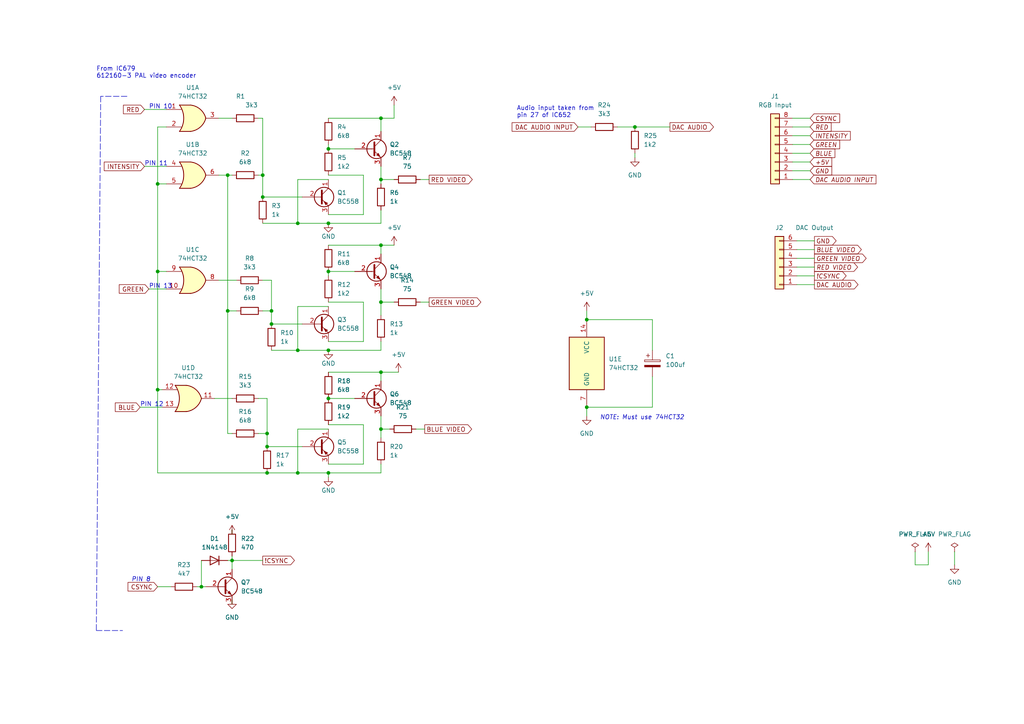
<source format=kicad_sch>
(kicad_sch (version 20211123) (generator eeschema)
  (paper "A4")
  (title_block (title "Videopac G7000 PAL RGB - Naturaltangent") (date "2021-12-29"))
  (lib_symbols
    (symbol "74xx:74LS32" (pin_names (offset 1.016))
      (property "Reference" "U" (at 0 1.27 0))
      (property "Value" "74LS32" (at 0 -1.27 0))
      (symbol "74LS32_1_1"
        (arc (start -3.81 -3.81) (mid -2.589 0) (end -3.81 3.81) (stroke (width 0.254)))
        (arc (start -0.6096 -3.81) (mid 2.1855 -2.584) (end 3.81 0) (stroke (width 0.254)) (fill (type background)))
        (polyline (pts (xy -3.81 -3.81) (xy -0.635 -3.81)) (stroke (width 0.254)) (fill (type background)))
        (polyline (pts (xy -3.81 3.81) (xy -0.635 3.81)) (stroke (width 0.254)) (fill (type background)))
        (polyline (pts (xy -0.635 3.81) (xy -3.81 3.81) (xy -3.81 3.81) (xy -3.556 3.4036) (xy -3.0226 2.2606) (xy -2.6924 1.0414) (xy -2.6162 -0.254) (xy -2.7686 -1.4986) (xy -3.175 -2.7178) (xy -3.81 -3.81) (xy -3.81 -3.81) (xy -0.635 -3.81)) (stroke (width -25.4)) (fill (type background)))
        (arc (start 3.81 0) (mid 2.1928 2.5925) (end -0.6096 3.81) (stroke (width 0.254)) (fill (type background)))
        (pin input line (at -7.62 2.54 0) (length 4.318) (name "~") (number "1"))
        (pin input line (at -7.62 -2.54 0) (length 4.318) (name "~") (number "2"))
        (pin output line (at 7.62 0 180) (length 3.81) (name "~") (number "3"))
      )
      (symbol "74LS32_1_2"
        (arc (start 0 -3.81) (mid 3.81 0) (end 0 3.81) (stroke (width 0.254)) (fill (type background)))
        (polyline (pts (xy 0 3.81) (xy -3.81 3.81) (xy -3.81 -3.81) (xy 0 -3.81)) (stroke (width 0.254)) (fill (type background)))
        (pin input inverted (at -7.62 2.54 0) (length 3.81) (name "~") (number "1"))
        (pin input inverted (at -7.62 -2.54 0) (length 3.81) (name "~") (number "2"))
        (pin output inverted (at 7.62 0 180) (length 3.81) (name "~") (number "3"))
      )
      (symbol "74LS32_2_1"
        (arc (start -3.81 -3.81) (mid -2.589 0) (end -3.81 3.81) (stroke (width 0.254)))
        (arc (start -0.6096 -3.81) (mid 2.1855 -2.584) (end 3.81 0) (stroke (width 0.254)) (fill (type background)))
        (polyline (pts (xy -3.81 -3.81) (xy -0.635 -3.81)) (stroke (width 0.254)) (fill (type background)))
        (polyline (pts (xy -3.81 3.81) (xy -0.635 3.81)) (stroke (width 0.254)) (fill (type background)))
        (polyline (pts (xy -0.635 3.81) (xy -3.81 3.81) (xy -3.81 3.81) (xy -3.556 3.4036) (xy -3.0226 2.2606) (xy -2.6924 1.0414) (xy -2.6162 -0.254) (xy -2.7686 -1.4986) (xy -3.175 -2.7178) (xy -3.81 -3.81) (xy -3.81 -3.81) (xy -0.635 -3.81)) (stroke (width -25.4)) (fill (type background)))
        (arc (start 3.81 0) (mid 2.1928 2.5925) (end -0.6096 3.81) (stroke (width 0.254)) (fill (type background)))
        (pin input line (at -7.62 2.54 0) (length 4.318) (name "~") (number "4"))
        (pin input line (at -7.62 -2.54 0) (length 4.318) (name "~") (number "5"))
        (pin output line (at 7.62 0 180) (length 3.81) (name "~") (number "6"))
      )
      (symbol "74LS32_2_2"
        (arc (start 0 -3.81) (mid 3.81 0) (end 0 3.81) (stroke (width 0.254)) (fill (type background)))
        (polyline (pts (xy 0 3.81) (xy -3.81 3.81) (xy -3.81 -3.81) (xy 0 -3.81)) (stroke (width 0.254)) (fill (type background)))
        (pin input inverted (at -7.62 2.54 0) (length 3.81) (name "~") (number "4"))
        (pin input inverted (at -7.62 -2.54 0) (length 3.81) (name "~") (number "5"))
        (pin output inverted (at 7.62 0 180) (length 3.81) (name "~") (number "6"))
      )
      (symbol "74LS32_3_1"
        (arc (start -3.81 -3.81) (mid -2.589 0) (end -3.81 3.81) (stroke (width 0.254)))
        (arc (start -0.6096 -3.81) (mid 2.1855 -2.584) (end 3.81 0) (stroke (width 0.254)) (fill (type background)))
        (polyline (pts (xy -3.81 -3.81) (xy -0.635 -3.81)) (stroke (width 0.254)) (fill (type background)))
        (polyline (pts (xy -3.81 3.81) (xy -0.635 3.81)) (stroke (width 0.254)) (fill (type background)))
        (polyline (pts (xy -0.635 3.81) (xy -3.81 3.81) (xy -3.81 3.81) (xy -3.556 3.4036) (xy -3.0226 2.2606) (xy -2.6924 1.0414) (xy -2.6162 -0.254) (xy -2.7686 -1.4986) (xy -3.175 -2.7178) (xy -3.81 -3.81) (xy -3.81 -3.81) (xy -0.635 -3.81)) (stroke (width -25.4)) (fill (type background)))
        (arc (start 3.81 0) (mid 2.1928 2.5925) (end -0.6096 3.81) (stroke (width 0.254)) (fill (type background)))
        (pin input line (at -7.62 -2.54 0) (length 4.318) (name "~") (number "10"))
        (pin output line (at 7.62 0 180) (length 3.81) (name "~") (number "8"))
        (pin input line (at -7.62 2.54 0) (length 4.318) (name "~") (number "9"))
      )
      (symbol "74LS32_3_2"
        (arc (start 0 -3.81) (mid 3.81 0) (end 0 3.81) (stroke (width 0.254)) (fill (type background)))
        (polyline (pts (xy 0 3.81) (xy -3.81 3.81) (xy -3.81 -3.81) (xy 0 -3.81)) (stroke (width 0.254)) (fill (type background)))
        (pin input inverted (at -7.62 -2.54 0) (length 3.81) (name "~") (number "10"))
        (pin output inverted (at 7.62 0 180) (length 3.81) (name "~") (number "8"))
        (pin input inverted (at -7.62 2.54 0) (length 3.81) (name "~") (number "9"))
      )
      (symbol "74LS32_4_1"
        (arc (start -3.81 -3.81) (mid -2.589 0) (end -3.81 3.81) (stroke (width 0.254)))
        (arc (start -0.6096 -3.81) (mid 2.1855 -2.584) (end 3.81 0) (stroke (width 0.254)) (fill (type background)))
        (polyline (pts (xy -3.81 -3.81) (xy -0.635 -3.81)) (stroke (width 0.254)) (fill (type background)))
        (polyline (pts (xy -3.81 3.81) (xy -0.635 3.81)) (stroke (width 0.254)) (fill (type background)))
        (polyline (pts (xy -0.635 3.81) (xy -3.81 3.81) (xy -3.81 3.81) (xy -3.556 3.4036) (xy -3.0226 2.2606) (xy -2.6924 1.0414) (xy -2.6162 -0.254) (xy -2.7686 -1.4986) (xy -3.175 -2.7178) (xy -3.81 -3.81) (xy -3.81 -3.81) (xy -0.635 -3.81)) (stroke (width -25.4)) (fill (type background)))
        (arc (start 3.81 0) (mid 2.1928 2.5925) (end -0.6096 3.81) (stroke (width 0.254)) (fill (type background)))
        (pin output line (at 7.62 0 180) (length 3.81) (name "~") (number "11"))
        (pin input line (at -7.62 2.54 0) (length 4.318) (name "~") (number "12"))
        (pin input line (at -7.62 -2.54 0) (length 4.318) (name "~") (number "13"))
      )
      (symbol "74LS32_4_2"
        (arc (start 0 -3.81) (mid 3.81 0) (end 0 3.81) (stroke (width 0.254)) (fill (type background)))
        (polyline (pts (xy 0 3.81) (xy -3.81 3.81) (xy -3.81 -3.81) (xy 0 -3.81)) (stroke (width 0.254)) (fill (type background)))
        (pin output inverted (at 7.62 0 180) (length 3.81) (name "~") (number "11"))
        (pin input inverted (at -7.62 2.54 0) (length 3.81) (name "~") (number "12"))
        (pin input inverted (at -7.62 -2.54 0) (length 3.81) (name "~") (number "13"))
      )
      (symbol "74LS32_5_0"
        (pin power_in line (at 0 12.7 270) (length 5.08) (name "VCC") (number "14"))
        (pin power_in line (at 0 -12.7 90) (length 5.08) (name "GND") (number "7"))
      )
      (symbol "74LS32_5_1"
        (rectangle (start -5.08 7.62) (end 5.08 -7.62) (stroke (width 0.254)) (fill (type background)))
      )
    )
    (symbol "Connector_Generic:Conn_01x06" (pin_names (offset 1.016) hide)
      (property "Reference" "J" (at 0 7.62 0))
      (property "Value" "Conn_01x06" (at 0 -10.16 0))
      (symbol "Conn_01x06_1_1"
        (rectangle (start -1.27 -7.493) (end 0 -7.747) (stroke (width 0.1524)))
        (rectangle (start -1.27 -4.953) (end 0 -5.207) (stroke (width 0.1524)))
        (rectangle (start -1.27 -2.413) (end 0 -2.667) (stroke (width 0.1524)))
        (rectangle (start -1.27 0.127) (end 0 -0.127) (stroke (width 0.1524)))
        (rectangle (start -1.27 2.667) (end 0 2.413) (stroke (width 0.1524)))
        (rectangle (start -1.27 5.207) (end 0 4.953) (stroke (width 0.1524)))
        (rectangle (start -1.27 6.35) (end 1.27 -8.89) (stroke (width 0.254)) (fill (type background)))
        (pin passive line (at -5.08 5.08 0) (length 3.81) (name "Pin_1") (number "1"))
        (pin passive line (at -5.08 2.54 0) (length 3.81) (name "Pin_2") (number "2"))
        (pin passive line (at -5.08 0 0) (length 3.81) (name "Pin_3") (number "3"))
        (pin passive line (at -5.08 -2.54 0) (length 3.81) (name "Pin_4") (number "4"))
        (pin passive line (at -5.08 -5.08 0) (length 3.81) (name "Pin_5") (number "5"))
        (pin passive line (at -5.08 -7.62 0) (length 3.81) (name "Pin_6") (number "6"))
      )
    )
    (symbol "Connector_Generic:Conn_01x08" (pin_names (offset 1.016) hide)
      (property "Reference" "J" (at 0 10.16 0))
      (property "Value" "Conn_01x08" (at 0 -12.7 0))
      (symbol "Conn_01x08_1_1"
        (rectangle (start -1.27 -10.033) (end 0 -10.287) (stroke (width 0.1524)))
        (rectangle (start -1.27 -7.493) (end 0 -7.747) (stroke (width 0.1524)))
        (rectangle (start -1.27 -4.953) (end 0 -5.207) (stroke (width 0.1524)))
        (rectangle (start -1.27 -2.413) (end 0 -2.667) (stroke (width 0.1524)))
        (rectangle (start -1.27 0.127) (end 0 -0.127) (stroke (width 0.1524)))
        (rectangle (start -1.27 2.667) (end 0 2.413) (stroke (width 0.1524)))
        (rectangle (start -1.27 5.207) (end 0 4.953) (stroke (width 0.1524)))
        (rectangle (start -1.27 7.747) (end 0 7.493) (stroke (width 0.1524)))
        (rectangle (start -1.27 8.89) (end 1.27 -11.43) (stroke (width 0.254)) (fill (type background)))
        (pin passive line (at -5.08 7.62 0) (length 3.81) (name "Pin_1") (number "1"))
        (pin passive line (at -5.08 5.08 0) (length 3.81) (name "Pin_2") (number "2"))
        (pin passive line (at -5.08 2.54 0) (length 3.81) (name "Pin_3") (number "3"))
        (pin passive line (at -5.08 0 0) (length 3.81) (name "Pin_4") (number "4"))
        (pin passive line (at -5.08 -2.54 0) (length 3.81) (name "Pin_5") (number "5"))
        (pin passive line (at -5.08 -5.08 0) (length 3.81) (name "Pin_6") (number "6"))
        (pin passive line (at -5.08 -7.62 0) (length 3.81) (name "Pin_7") (number "7"))
        (pin passive line (at -5.08 -10.16 0) (length 3.81) (name "Pin_8") (number "8"))
      )
    )
    (symbol "Device:C_Polarized" (pin_numbers hide) (pin_names (offset 0.254))
      (property "Reference" "C" (at 0.635 2.54 0))
      (property "Value" "C_Polarized" (at 0.635 -2.54 0))
      (symbol "C_Polarized_0_1"
        (rectangle (start -2.286 0.508) (end 2.286 1.016))
        (polyline (pts (xy -1.778 2.286) (xy -0.762 2.286)))
        (polyline (pts (xy -1.27 2.794) (xy -1.27 1.778)))
        (rectangle (start 2.286 -0.508) (end -2.286 -1.016) (fill (type outline)))
      )
      (symbol "C_Polarized_1_1"
        (pin passive line (at 0 3.81 270) (length 2.794) (name "~") (number "1"))
        (pin passive line (at 0 -3.81 90) (length 2.794) (name "~") (number "2"))
      )
    )
    (symbol "Device:R" (pin_numbers hide) (pin_names (offset 0))
      (property "Reference" "R" (at 2.032 0 90))
      (property "Value" "R" (at 0 0 90))
      (symbol "R_0_1"
        (rectangle (start -1.016 -2.54) (end 1.016 2.54) (stroke (width 0.254)))
      )
      (symbol "R_1_1"
        (pin passive line (at 0 3.81 270) (length 1.27) (name "~") (number "1"))
        (pin passive line (at 0 -3.81 90) (length 1.27) (name "~") (number "2"))
      )
    )
    (symbol "Diode:1N4148" (pin_numbers hide) (pin_names (offset 1.016) hide)
      (property "Reference" "D" (at 0 2.54 0))
      (property "Value" "1N4148" (at 0 -2.54 0))
      (symbol "1N4148_0_1"
        (polyline (pts (xy -1.27 1.27) (xy -1.27 -1.27)) (stroke (width 0.254)))
        (polyline (pts (xy 1.27 0) (xy -1.27 0)))
        (polyline (pts (xy 1.27 1.27) (xy 1.27 -1.27) (xy -1.27 0) (xy 1.27 1.27)) (stroke (width 0.254)))
      )
      (symbol "1N4148_1_1"
        (pin passive line (at -3.81 0 0) (length 2.54) (name "K") (number "1"))
        (pin passive line (at 3.81 0 180) (length 2.54) (name "A") (number "2"))
      )
    )
    (symbol "Transistor_BJT:BC548" (pin_names (offset 0) hide)
      (property "Reference" "Q" (at 5.08 1.905 0))
      (property "Value" "BC548" (at 5.08 0 0))
      (symbol "BC548_0_1"
        (polyline (pts (xy 0 0) (xy 0.635 0)))
        (polyline (pts (xy 0.635 0.635) (xy 2.54 2.54)))
        (polyline (pts (xy 0.635 -0.635) (xy 2.54 -2.54) (xy 2.54 -2.54)))
        (polyline (pts (xy 0.635 1.905) (xy 0.635 -1.905) (xy 0.635 -1.905)) (stroke (width 0.508)))
        (polyline (pts (xy 1.27 -1.778) (xy 1.778 -1.27) (xy 2.286 -2.286) (xy 1.27 -1.778) (xy 1.27 -1.778)) (fill (type outline)))
        (circle (center 1.27 0) (radius 2.8194) (stroke (width 0.254)))
      )
      (symbol "BC548_1_1"
        (pin passive line (at 2.54 5.08 270) (length 2.54) (name "C") (number "1"))
        (pin input line (at -5.08 0 0) (length 5.08) (name "B") (number "2"))
        (pin passive line (at 2.54 -5.08 90) (length 2.54) (name "E") (number "3"))
      )
    )
    (symbol "Transistor_BJT:BC558" (pin_names (offset 0) hide)
      (property "Reference" "Q" (at 5.08 1.905 0))
      (property "Value" "BC558" (at 5.08 0 0))
      (symbol "BC558_0_1"
        (polyline (pts (xy 0.635 0.635) (xy 2.54 2.54)))
        (polyline (pts (xy 0.635 -0.635) (xy 2.54 -2.54) (xy 2.54 -2.54)))
        (polyline (pts (xy 0.635 1.905) (xy 0.635 -1.905) (xy 0.635 -1.905)) (stroke (width 0.508)))
        (polyline (pts (xy 2.286 -1.778) (xy 1.778 -2.286) (xy 1.27 -1.27) (xy 2.286 -1.778) (xy 2.286 -1.778)) (fill (type outline)))
        (circle (center 1.27 0) (radius 2.8194) (stroke (width 0.254)))
      )
      (symbol "BC558_1_1"
        (pin passive line (at 2.54 5.08 270) (length 2.54) (name "C") (number "1"))
        (pin input line (at -5.08 0 0) (length 5.715) (name "B") (number "2"))
        (pin passive line (at 2.54 -5.08 90) (length 2.54) (name "E") (number "3"))
      )
    )
    (symbol "power:+5V" (power) (pin_names (offset 0))
      (property "Value" "+5V" (at 0 3.556 0))
      (symbol "+5V_0_1"
        (polyline (pts (xy -0.762 1.27) (xy 0 2.54)))
        (polyline (pts (xy 0 0) (xy 0 2.54)))
        (polyline (pts (xy 0 2.54) (xy 0.762 1.27)))
      )
      (symbol "+5V_1_1"
        (pin power_in line (at 0 0 90) (length 0) hide (name "+5V") (number "1"))
      )
    )
    (symbol "power:GND" (power) (pin_names (offset 0))
      (property "Value" "GND" (at 0 -3.81 0))
      (symbol "GND_0_1"
        (polyline (pts (xy 0 0) (xy 0 -1.27) (xy 1.27 -1.27) (xy 0 -2.54) (xy -1.27 -1.27) (xy 0 -1.27)))
      )
      (symbol "GND_1_1"
        (pin power_in line (at 0 0 270) (length 0) hide (name "GND") (number "1"))
      )
    )
    (symbol "power:PWR_FLAG" (power) (pin_numbers hide) (pin_names (offset 0) hide)
      (property "Value" "PWR_FLAG" (at 0 3.81 0))
      (symbol "PWR_FLAG_0_0"
        (pin power_out line (at 0 0 90) (length 0) (name "pwr") (number "1"))
      )
      (symbol "PWR_FLAG_0_1"
        (polyline (pts (xy 0 0) (xy 0 1.27) (xy -1.016 1.905) (xy 0 2.54) (xy 1.016 1.905) (xy 0 1.27)))
      )
    )
  )
  (junction (at 45.72 78.74))
  (junction (at 45.72 53.34))
  (junction (at 95.25 43.18))
  (junction (at 78.74 90.17))
  (junction (at 86.36 137.16))
  (junction (at 110.49 52.07))
  (junction (at 170.18 118.11))
  (junction (at 95.25 64.77))
  (junction (at 66.04 90.17))
  (junction (at 67.31 162.56))
  (junction (at 110.49 71.12))
  (junction (at 45.72 113.03))
  (junction (at 110.49 87.63))
  (junction (at 77.47 129.54))
  (junction (at 86.36 64.77))
  (junction (at 76.2 57.15))
  (junction (at 110.49 124.46))
  (junction (at 110.49 34.29))
  (junction (at 95.25 115.57))
  (junction (at 78.74 93.98))
  (junction (at 76.2 50.8))
  (junction (at 184.15 36.83))
  (junction (at 170.18 92.71))
  (junction (at 58.42 170.18))
  (junction (at 77.47 137.16))
  (junction (at 77.47 125.73))
  (junction (at 66.04 50.8))
  (junction (at 95.25 137.16))
  (junction (at 95.25 78.74))
  (junction (at 86.36 101.6))
  (junction (at 95.25 101.6))
  (junction (at 110.49 107.95))
  (wire (pts (xy 179.07 36.83) (xy 184.15 36.83)))
  (wire (pts (xy 45.72 78.74) (xy 45.72 113.03)))
  (wire (pts (xy 105.41 87.63) (xy 105.41 99.06)))
  (polyline (pts (xy 27.94 182.88) (xy 35.56 182.88)))
  (wire (pts (xy 121.92 87.63) (xy 124.46 87.63)))
  (wire (pts (xy 110.49 120.65) (xy 110.49 124.46)))
  (wire (pts (xy 110.49 71.12) (xy 114.3 71.12)))
  (wire (pts (xy 189.23 92.71) (xy 170.18 92.71)))
  (wire (pts (xy 86.36 88.9) (xy 86.36 101.6)))
  (wire (pts (xy 95.25 99.06) (xy 105.41 99.06)))
  (wire (pts (xy 110.49 34.29) (xy 114.3 34.29)))
  (wire (pts (xy 110.49 87.63) (xy 110.49 91.44)))
  (wire (pts (xy 110.49 34.29) (xy 110.49 38.1)))
  (wire (pts (xy 76.2 64.77) (xy 86.36 64.77)))
  (wire (pts (xy 95.25 101.6) (xy 110.49 101.6)))
  (wire (pts (xy 229.87 36.83) (xy 234.95 36.83)))
  (wire (pts (xy 58.42 170.18) (xy 59.69 170.18)))
  (wire (pts (xy 114.3 34.29) (xy 114.3 30.48)))
  (wire (pts (xy 77.47 115.57) (xy 77.47 125.73)))
  (wire (pts (xy 110.49 87.63) (xy 114.3 87.63)))
  (wire (pts (xy 95.25 52.07) (xy 86.36 52.07)))
  (wire (pts (xy 45.72 53.34) (xy 45.72 78.74)))
  (wire (pts (xy 184.15 44.45) (xy 184.15 45.72)))
  (wire (pts (xy 110.49 99.06) (xy 110.49 101.6)))
  (wire (pts (xy 110.49 60.96) (xy 110.49 64.77)))
  (wire (pts (xy 110.49 48.26) (xy 110.49 52.07)))
  (wire (pts (xy 276.86 160.02) (xy 276.86 163.83)))
  (wire (pts (xy 170.18 118.11) (xy 170.18 120.65)))
  (wire (pts (xy 67.31 154.94) (xy 67.31 153.67)))
  (wire (pts (xy 58.42 162.56) (xy 58.42 170.18)))
  (wire (pts (xy 95.25 43.18) (xy 102.87 43.18)))
  (wire (pts (xy 66.04 162.56) (xy 67.31 162.56)))
  (wire (pts (xy 57.15 170.18) (xy 58.42 170.18)))
  (wire (pts (xy 67.31 175.26) (xy 67.31 173.99)))
  (wire (pts (xy 231.14 74.93) (xy 236.22 74.93)))
  (wire (pts (xy 95.25 107.95) (xy 110.49 107.95)))
  (wire (pts (xy 110.49 124.46) (xy 113.03 124.46)))
  (wire (pts (xy 78.74 101.6) (xy 86.36 101.6)))
  (wire (pts (xy 78.74 90.17) (xy 78.7188 94.2285)))
  (polyline (pts (xy 29.21 27.94) (xy 27.94 182.88)))
  (wire (pts (xy 110.49 134.62) (xy 110.49 137.16)))
  (wire (pts (xy 77.47 125.73) (xy 77.47 129.54)))
  (wire (pts (xy 95.25 71.12) (xy 110.49 71.12)))
  (wire (pts (xy 110.49 52.07) (xy 110.49 53.34)))
  (wire (pts (xy 77.47 137.16) (xy 86.36 137.16)))
  (wire (pts (xy 110.49 52.07) (xy 114.3 52.07)))
  (wire (pts (xy 110.49 107.95) (xy 110.49 110.49)))
  (wire (pts (xy 229.87 44.45) (xy 234.95 44.45)))
  (wire (pts (xy 66.04 50.8) (xy 66.04 90.17)))
  (wire (pts (xy 74.93 125.73) (xy 77.47 125.73)))
  (wire (pts (xy 105.41 50.8) (xy 105.41 62.23)))
  (wire (pts (xy 189.23 118.11) (xy 170.18 118.11)))
  (wire (pts (xy 86.36 124.46) (xy 86.36 137.16)))
  (wire (pts (xy 67.31 162.56) (xy 67.31 165.1)))
  (wire (pts (xy 189.23 109.22) (xy 189.23 118.11)))
  (wire (pts (xy 105.41 123.19) (xy 105.41 134.62)))
  (wire (pts (xy 43.18 83.82) (xy 48.26 83.82)))
  (wire (pts (xy 78.74 81.28) (xy 78.74 90.17)))
  (wire (pts (xy 76.2 90.17) (xy 78.74 90.17)))
  (wire (pts (xy 68.58 90.17) (xy 66.04 90.17)))
  (wire (pts (xy 74.93 50.8) (xy 76.2 50.8)))
  (wire (pts (xy 41.91 48.26) (xy 48.26 48.26)))
  (wire (pts (xy 189.23 101.6) (xy 189.23 92.71)))
  (wire (pts (xy 67.31 161.29) (xy 67.31 162.56)))
  (wire (pts (xy 41.91 31.75) (xy 48.26 31.75)))
  (polyline (pts (xy 36.83 27.94) (xy 29.21 27.94)))
  (wire (pts (xy 95.25 78.74) (xy 102.87 78.74)))
  (wire (pts (xy 46.99 113.03) (xy 45.72 113.03)))
  (wire (pts (xy 45.72 53.34) (xy 48.26 53.34)))
  (wire (pts (xy 229.87 46.99) (xy 234.95 46.99)))
  (wire (pts (xy 45.72 170.18) (xy 49.53 170.18)))
  (wire (pts (xy 231.14 77.47) (xy 236.22 77.47)))
  (wire (pts (xy 45.72 36.83) (xy 45.72 53.34)))
  (wire (pts (xy 86.36 101.6) (xy 95.25 101.6)))
  (wire (pts (xy 95.25 41.91) (xy 95.25 43.18)))
  (wire (pts (xy 229.87 49.53) (xy 234.95 49.53)))
  (wire (pts (xy 231.14 82.55) (xy 236.22 82.55)))
  (wire (pts (xy 95.25 124.46) (xy 86.36 124.46)))
  (wire (pts (xy 63.5 81.28) (xy 68.58 81.28)))
  (wire (pts (xy 40.64 118.11) (xy 46.99 118.11)))
  (wire (pts (xy 77.47 129.54) (xy 87.63 129.54)))
  (wire (pts (xy 269.24 160.02) (xy 269.24 163.83)))
  (wire (pts (xy 87.63 93.98) (xy 78.74 93.98)))
  (wire (pts (xy 265.43 160.02) (xy 265.43 163.83)))
  (wire (pts (xy 231.14 69.85) (xy 236.22 69.85)))
  (wire (pts (xy 86.36 52.07) (xy 86.36 64.77)))
  (wire (pts (xy 45.72 36.83) (xy 48.26 36.83)))
  (wire (pts (xy 170.18 90.17) (xy 170.18 92.71)))
  (wire (pts (xy 95.25 115.57) (xy 102.87 115.57)))
  (wire (pts (xy 48.26 78.74) (xy 45.72 78.74)))
  (wire (pts (xy 95.25 78.74) (xy 95.25 80.01)))
  (wire (pts (xy 95.25 88.9) (xy 86.36 88.9)))
  (wire (pts (xy 74.93 34.29) (xy 76.2 34.29)))
  (wire (pts (xy 184.15 36.83) (xy 194.31 36.83)))
  (wire (pts (xy 76.2 34.29) (xy 76.2 50.8)))
  (wire (pts (xy 86.36 64.77) (xy 95.25 64.77)))
  (wire (pts (xy 76.2 57.15) (xy 87.63 57.15)))
  (wire (pts (xy 110.49 71.12) (xy 110.49 73.66)))
  (wire (pts (xy 120.65 124.46) (xy 123.19 124.46)))
  (wire (pts (xy 231.14 80.01) (xy 236.22 80.01)))
  (wire (pts (xy 110.49 107.95) (xy 115.57 107.95)))
  (wire (pts (xy 95.25 123.19) (xy 105.41 123.19)))
  (wire (pts (xy 66.04 50.8) (xy 67.31 50.8)))
  (wire (pts (xy 110.49 64.77) (xy 95.25 64.77)))
  (wire (pts (xy 63.5 50.8) (xy 66.04 50.8)))
  (wire (pts (xy 95.25 34.29) (xy 110.49 34.29)))
  (wire (pts (xy 229.87 39.37) (xy 234.95 39.37)))
  (wire (pts (xy 63.5 34.29) (xy 67.31 34.29)))
  (wire (pts (xy 231.14 72.39) (xy 236.22 72.39)))
  (wire (pts (xy 76.2 81.28) (xy 78.74 81.28)))
  (wire (pts (xy 110.49 83.82) (xy 110.49 87.63)))
  (wire (pts (xy 67.31 162.56) (xy 76.2 162.56)))
  (wire (pts (xy 45.72 137.16) (xy 45.72 113.03)))
  (wire (pts (xy 95.25 134.62) (xy 105.41 134.62)))
  (wire (pts (xy 62.23 115.57) (xy 67.31 115.57)))
  (wire (pts (xy 121.92 52.07) (xy 124.46 52.07)))
  (wire (pts (xy 66.04 90.17) (xy 66.04 125.73)))
  (wire (pts (xy 95.25 50.8) (xy 105.41 50.8)))
  (wire (pts (xy 95.25 87.63) (xy 105.41 87.63)))
  (wire (pts (xy 229.87 34.29) (xy 234.95 34.29)))
  (wire (pts (xy 76.2 50.8) (xy 76.2 57.15)))
  (wire (pts (xy 265.43 163.83) (xy 269.24 163.83)))
  (wire (pts (xy 45.72 137.16) (xy 77.47 137.16)))
  (wire (pts (xy 95.25 137.16) (xy 95.25 138.43)))
  (wire (pts (xy 66.04 125.73) (xy 67.31 125.73)))
  (wire (pts (xy 105.41 62.23) (xy 95.25 62.23)))
  (wire (pts (xy 74.93 115.57) (xy 77.47 115.57)))
  (wire (pts (xy 110.49 137.16) (xy 95.25 137.16)))
  (wire (pts (xy 86.36 137.16) (xy 95.25 137.16)))
  (wire (pts (xy 229.87 41.91) (xy 234.95 41.91)))
  (wire (pts (xy 229.87 52.07) (xy 234.95 52.07)))
  (wire (pts (xy 167.64 36.83) (xy 171.45 36.83)))
  (wire (pts (xy 110.49 124.46) (xy 110.49 127)))
  (text "Audio input taken from\npin 27 of IC652" (at 149.86 34.29 0) (effects (font (size 1.27 1.27)) (justify left bottom)))
  (text "PIN 10" (at 43.18 31.75 0) (effects (font (size 1.27 1.27)) (justify left bottom)))
  (text "PIN 13" (at 43.18 83.82 0) (effects (font (size 1.27 1.27)) (justify left bottom)))
  (text "PIN 12" (at 40.64 118.11 0) (effects (font (size 1.27 1.27)) (justify left bottom)))
  (text "PIN 8" (at 38.1 168.91 0) (effects (font (size 1.27 1.27) italic) (justify left bottom)))
  (text "PIN 11" (at 41.91 48.26 0) (effects (font (size 1.27 1.27)) (justify left bottom)))
  (text "From IC679\n612160-3 PAL video encoder" (at 27.94 22.86 0) (effects (font (size 1.27 1.27)) (justify left bottom)))
  (text "NOTE: Must use 74HCT32" (at 173.99 121.92 0) (effects (font (size 1.27 1.27) italic) (justify left bottom)))
  (global_label "!CSYNC" (shape output) (at 76.2 162.56 0) (property "Intersheet References" "${INTERSHEET_REFS}" (effects hide)))
  (global_label "GND" (shape output) (at 236.22 69.85 0) (property "Intersheet References" "${INTERSHEET_REFS}" (effects hide)))
  (global_label "GREEN" (shape input) (at 234.95 41.91 0) (effects (font italic)) (property "Intersheet References" "${INTERSHEET_REFS}" (effects hide)))
  (global_label "BLUE" (shape input) (at 234.95 44.45 0) (effects (font italic)) (property "Intersheet References" "${INTERSHEET_REFS}" (effects hide)))
  (global_label "GREEN VIDEO" (shape output) (at 236.22 74.93 0) (effects (font italic)) (property "Intersheet References" "${INTERSHEET_REFS}" (effects hide)))
  (global_label "DAC AUDIO INPUT" (shape input) (at 167.64 36.83 180) (property "Intersheet References" "${INTERSHEET_REFS}" (effects hide)))
  (global_label "BLUE VIDEO" (shape output) (at 236.22 72.39 0) (effects (font italic)) (property "Intersheet References" "${INTERSHEET_REFS}" (effects hide)))
  (global_label "RED" (shape input) (at 234.95 36.83 0) (effects (font italic)) (property "Intersheet References" "${INTERSHEET_REFS}" (effects hide)))
  (global_label "DAC AUDIO INPUT" (shape input) (at 234.95 52.07 0) (effects (font italic)) (property "Intersheet References" "${INTERSHEET_REFS}" (effects hide)))
  (global_label "GREEN" (shape input) (at 43.18 83.82 180) (property "Intersheet References" "${INTERSHEET_REFS}" (effects hide)))
  (global_label "DAC AUDIO" (shape output) (at 194.31 36.83 0) (property "Intersheet References" "${INTERSHEET_REFS}" (effects hide)))
  (global_label "CSYNC" (shape input) (at 45.72 170.18 180) (property "Intersheet References" "${INTERSHEET_REFS}" (effects hide)))
  (global_label "!CSYNC" (shape output) (at 236.22 80.01 0) (effects (font italic)) (property "Intersheet References" "${INTERSHEET_REFS}" (effects hide)))
  (global_label "CSYNC" (shape input) (at 234.95 34.29 0) (effects (font italic)) (property "Intersheet References" "${INTERSHEET_REFS}" (effects hide)))
  (global_label "RED VIDEO" (shape output) (at 124.46 52.07 0) (property "Intersheet References" "${INTERSHEET_REFS}" (effects hide)))
  (global_label "BLUE VIDEO" (shape output) (at 123.19 124.46 0) (property "Intersheet References" "${INTERSHEET_REFS}" (effects hide)))
  (global_label "+5V" (shape input) (at 234.95 46.99 0) (effects (font italic)) (property "Intersheet References" "${INTERSHEET_REFS}" (effects hide)))
  (global_label "GND" (shape input) (at 234.95 49.53 0) (effects (font italic)) (property "Intersheet References" "${INTERSHEET_REFS}" (effects hide)))
  (global_label "GREEN VIDEO" (shape output) (at 124.46 87.63 0) (property "Intersheet References" "${INTERSHEET_REFS}" (effects hide)))
  (global_label "DAC AUDIO" (shape output) (at 236.22 82.55 0) (property "Intersheet References" "${INTERSHEET_REFS}" (effects hide)))
  (global_label "INTENSITY" (shape input) (at 41.91 48.26 180) (property "Intersheet References" "${INTERSHEET_REFS}" (effects hide)))
  (global_label "INTENSITY" (shape input) (at 234.95 39.37 0) (effects (font italic)) (property "Intersheet References" "${INTERSHEET_REFS}" (effects hide)))
  (global_label "RED VIDEO" (shape output) (at 236.22 77.47 0) (effects (font italic)) (property "Intersheet References" "${INTERSHEET_REFS}" (effects hide)))
  (global_label "RED" (shape input) (at 41.91 31.75 180) (property "Intersheet References" "${INTERSHEET_REFS}" (effects hide)))
  (global_label "BLUE" (shape input) (at 40.64 118.11 180) (property "Intersheet References" "${INTERSHEET_REFS}" (effects hide)))
  (symbol (lib_id "power:PWR_FLAG") (at 265.43 160.02 0) (unit 1)
    (property "Reference" "#FLG0101" (effects hide))
    (property "Value" "PWR_FLAG" (at 265.43 154.94 0))
  )
  (symbol (lib_id "Device:R") (at 72.39 90.17 90) (unit 1)
    (property "Reference" "R9" (at 72.39 83.82 90))
    (property "Value" "6k8" (at 72.39 86.36 90))
    (property "Footprint" "Resistor_THT:R_Axial_DIN0207_L6.3mm_D2.5mm_P10.16mm_Horizontal" (effects hide))
  )
  (symbol (lib_id "Transistor_BJT:BC558") (at 92.71 129.54 0) (unit 1)
    (property "Reference" "Q5" (at 97.79 128.2699 0) (effects (justify left)))
    (property "Value" "BC558" (at 97.79 130.8099 0) (effects (justify left)))
    (property "Footprint" "Package_TO_SOT_THT:TO-92_Inline" (effects hide))
    (property "Datasheet" "https://www.onsemi.com/pub/Collateral/BC556BTA-D.pdf" (effects hide))
  )
  (symbol (lib_id "Diode:1N4148") (at 62.23 162.56 180) (unit 1)
    (property "Reference" "D1" (at 62.23 156.21 0))
    (property "Value" "1N4148" (at 62.23 158.75 0))
    (property "Footprint" "Diode_THT:D_DO-35_SOD27_P7.62mm_Horizontal" (effects hide))
    (property "Datasheet" "https://assets.nexperia.com/documents/data-sheet/1N4148_1N4448.pdf" (effects hide))
  )
  (symbol (lib_id "Device:R") (at 71.12 115.57 90) (unit 1)
    (property "Reference" "R15" (at 71.12 109.22 90))
    (property "Value" "3k3" (at 71.12 111.76 90))
    (property "Footprint" "Resistor_THT:R_Axial_DIN0207_L6.3mm_D2.5mm_P10.16mm_Horizontal" (effects hide))
  )
  (symbol (lib_id "power:+5V") (at 170.18 90.17 0) (unit 1)
    (property "Reference" "#PWR09" (effects hide))
    (property "Value" "+5V" (at 170.18 85.09 0))
  )
  (symbol (lib_id "74xx:74LS32") (at 55.88 81.28 0) (unit 3)
    (property "Reference" "U1" (at 55.88 72.39 0))
    (property "Value" "74HCT32" (at 55.88 74.93 0))
    (property "Footprint" "Package_DIP:DIP-14_W10.16mm" (effects hide))
    (property "Datasheet" "http://www.ti.com/lit/gpn/sn74LS32" (effects hide))
  )
  (symbol (lib_id "Device:R") (at 71.12 50.8 90) (unit 1)
    (property "Reference" "R2" (at 71.12 44.45 90))
    (property "Value" "6k8" (at 71.12 46.99 90))
    (property "Footprint" "Resistor_THT:R_Axial_DIN0207_L6.3mm_D2.5mm_P10.16mm_Horizontal" (effects hide))
  )
  (symbol (lib_id "Transistor_BJT:BC548") (at 107.95 115.57 0) (unit 1)
    (property "Reference" "Q6" (at 113.03 114.2999 0) (effects (justify left)))
    (property "Value" "BC548" (at 113.03 116.8399 0) (effects (justify left)))
    (property "Footprint" "Package_TO_SOT_THT:TO-92_Inline" (effects hide))
    (property "Datasheet" "https://www.onsemi.com/pub/Collateral/BC550-D.pdf" (effects hide))
  )
  (symbol (lib_id "power:GND") (at 95.25 101.6 0) (unit 1)
    (property "Reference" "#PWR04" (effects hide))
    (property "Value" "GND" (at 95.25 105.41 0))
  )
  (symbol (lib_id "Device:R") (at 110.49 95.25 0) (unit 1)
    (property "Reference" "R13" (at 113.03 93.9799 0) (effects (justify left)))
    (property "Value" "1k" (at 113.03 96.5199 0) (effects (justify left)))
    (property "Footprint" "Resistor_THT:R_Axial_DIN0207_L6.3mm_D2.5mm_P10.16mm_Horizontal" (effects hide))
  )
  (symbol (lib_id "Transistor_BJT:BC548") (at 64.77 170.18 0) (unit 1)
    (property "Reference" "Q7" (at 69.85 168.9099 0) (effects (justify left)))
    (property "Value" "BC548" (at 69.85 171.4499 0) (effects (justify left)))
    (property "Footprint" "Package_TO_SOT_THT:TO-92_Inline" (effects hide))
    (property "Datasheet" "https://www.onsemi.com/pub/Collateral/BC550-D.pdf" (effects hide))
  )
  (symbol (lib_id "Device:R") (at 184.15 40.64 180) (unit 1)
    (property "Reference" "R25" (at 186.69 39.3699 0) (effects (justify right)))
    (property "Value" "1k2" (at 186.69 41.9099 0) (effects (justify right)))
    (property "Footprint" "Resistor_THT:R_Axial_DIN0207_L6.3mm_D2.5mm_P10.16mm_Horizontal" (effects hide))
  )
  (symbol (lib_id "Transistor_BJT:BC548") (at 107.95 78.74 0) (unit 1)
    (property "Reference" "Q4" (at 113.03 77.4699 0) (effects (justify left)))
    (property "Value" "BC548" (at 113.03 80.0099 0) (effects (justify left)))
    (property "Footprint" "Package_TO_SOT_THT:TO-92_Inline" (effects hide))
    (property "Datasheet" "https://www.onsemi.com/pub/Collateral/BC550-D.pdf" (effects hide))
  )
  (symbol (lib_id "Device:R") (at 95.25 111.76 0) (unit 1)
    (property "Reference" "R18" (at 97.79 110.4899 0) (effects (justify left)))
    (property "Value" "6k8" (at 97.79 113.0299 0) (effects (justify left)))
    (property "Footprint" "Resistor_THT:R_Axial_DIN0207_L6.3mm_D2.5mm_P10.16mm_Horizontal" (effects hide))
  )
  (symbol (lib_id "Device:R") (at 116.84 124.46 90) (unit 1)
    (property "Reference" "R21" (at 116.84 118.11 90))
    (property "Value" "75" (at 116.84 120.65 90))
    (property "Footprint" "Resistor_THT:R_Axial_DIN0207_L6.3mm_D2.5mm_P10.16mm_Horizontal" (effects hide))
  )
  (symbol (lib_id "Transistor_BJT:BC558") (at 92.71 57.15 0) (unit 1)
    (property "Reference" "Q1" (at 97.79 55.8799 0) (effects (justify left)))
    (property "Value" "BC558" (at 97.79 58.4199 0) (effects (justify left)))
    (property "Footprint" "Package_TO_SOT_THT:TO-92_Inline" (effects hide))
    (property "Datasheet" "https://www.onsemi.com/pub/Collateral/BC556BTA-D.pdf" (effects hide))
  )
  (symbol (lib_id "Device:R") (at 95.25 74.93 0) (unit 1)
    (property "Reference" "R11" (at 97.79 73.6599 0) (effects (justify left)))
    (property "Value" "6k8" (at 97.79 76.1999 0) (effects (justify left)))
    (property "Footprint" "Resistor_THT:R_Axial_DIN0207_L6.3mm_D2.5mm_P10.16mm_Horizontal" (effects hide))
  )
  (symbol (lib_id "power:GND") (at 170.18 120.65 0) (unit 1)
    (property "Reference" "#PWR010" (effects hide))
    (property "Value" "GND" (at 170.18 125.73 0))
  )
  (symbol (lib_id "Device:R") (at 71.12 125.73 90) (unit 1)
    (property "Reference" "R16" (at 71.12 119.38 90))
    (property "Value" "6k8" (at 71.12 121.92 90))
    (property "Footprint" "Resistor_THT:R_Axial_DIN0207_L6.3mm_D2.5mm_P10.16mm_Horizontal" (effects hide))
  )
  (symbol (lib_id "Transistor_BJT:BC548") (at 107.95 43.18 0) (unit 1)
    (property "Reference" "Q2" (at 113.03 41.9099 0) (effects (justify left)))
    (property "Value" "BC548" (at 113.03 44.4499 0) (effects (justify left)))
    (property "Footprint" "Package_TO_SOT_THT:TO-92_Inline" (effects hide))
    (property "Datasheet" "https://www.onsemi.com/pub/Collateral/BC550-D.pdf" (effects hide))
  )
  (symbol (lib_id "power:GND") (at 95.25 64.77 0) (unit 1)
    (property "Reference" "#PWR03" (effects hide))
    (property "Value" "GND" (at 95.25 68.58 0))
  )
  (symbol (lib_id "Device:R") (at 95.25 46.99 0) (unit 1)
    (property "Reference" "R5" (at 97.79 45.7199 0) (effects (justify left)))
    (property "Value" "1k2" (at 97.79 48.2599 0) (effects (justify left)))
    (property "Footprint" "Resistor_THT:R_Axial_DIN0207_L6.3mm_D2.5mm_P10.16mm_Horizontal" (effects hide))
  )
  (symbol (lib_id "Device:R") (at 71.12 34.29 90) (unit 1)
    (property "Reference" "R1" (at 71.12 27.94 90) (effects (justify left)))
    (property "Value" "3k3" (at 71.12 30.48 90) (effects (justify right)))
    (property "Footprint" "Resistor_THT:R_Axial_DIN0207_L6.3mm_D2.5mm_P10.16mm_Horizontal" (effects hide))
  )
  (symbol (lib_id "power:GND") (at 67.31 173.99 0) (unit 1)
    (property "Reference" "#PWR02" (effects hide))
    (property "Value" "GND" (at 67.31 179.07 0))
  )
  (symbol (lib_id "74xx:74LS32") (at 55.88 34.29 0) (unit 1)
    (property "Reference" "U1" (at 55.88 25.4 0))
    (property "Value" "74HCT32" (at 55.88 27.94 0))
    (property "Footprint" "Package_DIP:DIP-14_W10.16mm" (effects hide))
    (property "Datasheet" "http://www.ti.com/lit/gpn/sn74LS32" (effects hide))
  )
  (symbol (lib_id "Device:R") (at 72.39 81.28 90) (unit 1)
    (property "Reference" "R8" (at 72.39 74.93 90))
    (property "Value" "3k3" (at 72.39 77.47 90))
    (property "Footprint" "Resistor_THT:R_Axial_DIN0207_L6.3mm_D2.5mm_P10.16mm_Horizontal" (effects hide))
  )
  (symbol (lib_id "Device:R") (at 118.11 87.63 90) (unit 1)
    (property "Reference" "R14" (at 118.11 81.28 90))
    (property "Value" "75" (at 118.11 83.82 90))
    (property "Footprint" "Resistor_THT:R_Axial_DIN0207_L6.3mm_D2.5mm_P10.16mm_Horizontal" (effects hide))
  )
  (symbol (lib_id "74xx:74LS32") (at 55.88 50.8 0) (unit 2)
    (property "Reference" "U1" (at 55.88 41.91 0))
    (property "Value" "74HCT32" (at 55.88 44.45 0))
    (property "Footprint" "Package_DIP:DIP-14_W10.16mm" (effects hide))
    (property "Datasheet" "http://www.ti.com/lit/gpn/sn74LS32" (effects hide))
  )
  (symbol (lib_id "Device:C_Polarized") (at 189.23 105.41 0) (unit 1)
    (property "Reference" "C1" (at 193.04 103.2509 0) (effects (justify left)))
    (property "Value" "100uf" (at 193.04 105.7909 0) (effects (justify left)))
    (property "Footprint" "Capacitor_THT:CP_Radial_D5.0mm_P2.00mm" (effects hide))
  )
  (symbol (lib_id "power:+5V") (at 114.3 71.12 0) (unit 1)
    (property "Reference" "#PWR07" (effects hide))
    (property "Value" "+5V" (at 114.3 66.04 0))
  )
  (symbol (lib_id "Connector_Generic:Conn_01x06") (at 226.06 77.47 180) (unit 1)
    (property "Reference" "J2" (at 226.06 66.04 0))
    (property "Value" "DAC Output" (at 236.22 66.04 0))
    (property "Footprint" "Connector_PinHeader_2.54mm:PinHeader_1x06_P2.54mm_Horizontal" (effects hide))
  )
  (symbol (lib_id "Device:R") (at 110.49 57.15 0) (unit 1)
    (property "Reference" "R6" (at 113.03 55.8799 0) (effects (justify left)))
    (property "Value" "1k" (at 113.03 58.4199 0) (effects (justify left)))
    (property "Footprint" "Resistor_THT:R_Axial_DIN0207_L6.3mm_D2.5mm_P10.16mm_Horizontal" (effects hide))
  )
  (symbol (lib_id "Device:R") (at 53.34 170.18 90) (unit 1)
    (property "Reference" "R23" (at 53.34 163.83 90))
    (property "Value" "4k7" (at 53.34 166.37 90))
    (property "Footprint" "Resistor_THT:R_Axial_DIN0207_L6.3mm_D2.5mm_P10.16mm_Horizontal" (effects hide))
  )
  (symbol (lib_id "power:GND") (at 184.15 45.72 0) (unit 1)
    (property "Reference" "#PWR0101" (effects hide))
    (property "Value" "GND" (at 184.15 50.8 0))
  )
  (symbol (lib_id "Device:R") (at 118.11 52.07 90) (unit 1)
    (property "Reference" "R7" (at 118.11 45.72 90))
    (property "Value" "75" (at 118.11 48.26 90))
    (property "Footprint" "Resistor_THT:R_Axial_DIN0207_L6.3mm_D2.5mm_P10.16mm_Horizontal" (effects hide))
  )
  (symbol (lib_id "74xx:74LS32") (at 54.61 115.57 0) (unit 4)
    (property "Reference" "U1" (at 54.61 106.68 0))
    (property "Value" "74HCT32" (at 54.61 109.22 0))
    (property "Footprint" "Package_DIP:DIP-14_W10.16mm" (effects hide))
    (property "Datasheet" "http://www.ti.com/lit/gpn/sn74LS32" (effects hide))
  )
  (symbol (lib_id "power:+5V") (at 114.3 30.48 0) (unit 1)
    (property "Reference" "#PWR06" (effects hide))
    (property "Value" "+5V" (at 114.3 25.4 0))
  )
  (symbol (lib_id "Device:R") (at 110.49 130.81 0) (unit 1)
    (property "Reference" "R20" (at 113.03 129.5399 0) (effects (justify left)))
    (property "Value" "1k" (at 113.03 132.0799 0) (effects (justify left)))
    (property "Footprint" "Resistor_THT:R_Axial_DIN0207_L6.3mm_D2.5mm_P10.16mm_Horizontal" (effects hide))
  )
  (symbol (lib_id "power:PWR_FLAG") (at 276.86 160.02 0) (unit 1)
    (property "Reference" "#FLG0102" (effects hide))
    (property "Value" "PWR_FLAG" (at 276.86 154.94 0))
  )
  (symbol (lib_id "power:+5V") (at 269.24 160.02 0) (unit 1)
    (property "Reference" "#PWR0105" (effects hide))
    (property "Value" "+5V" (at 269.24 154.94 0))
  )
  (symbol (lib_id "Device:R") (at 95.25 119.38 0) (unit 1)
    (property "Reference" "R19" (at 97.79 118.1099 0) (effects (justify left)))
    (property "Value" "1k2" (at 97.79 120.6499 0) (effects (justify left)))
    (property "Footprint" "Resistor_THT:R_Axial_DIN0207_L6.3mm_D2.5mm_P10.16mm_Horizontal" (effects hide))
  )
  (symbol (lib_id "power:+5V") (at 115.57 107.95 0) (unit 1)
    (property "Reference" "#PWR08" (effects hide))
    (property "Value" "+5V" (at 115.57 102.87 0))
  )
  (symbol (lib_id "Transistor_BJT:BC558") (at 92.71 93.98 0) (unit 1)
    (property "Reference" "Q3" (at 97.79 92.7099 0) (effects (justify left)))
    (property "Value" "BC558" (at 97.79 95.2499 0) (effects (justify left)))
    (property "Footprint" "Package_TO_SOT_THT:TO-92_Inline" (effects hide))
    (property "Datasheet" "https://www.onsemi.com/pub/Collateral/BC556BTA-D.pdf" (effects hide))
  )
  (symbol (lib_id "Connector_Generic:Conn_01x08") (at 224.79 44.45 180) (unit 1)
    (property "Reference" "J1" (at 224.79 27.94 0))
    (property "Value" "RGB Input" (at 224.79 30.48 0))
    (property "Footprint" "Connector_PinHeader_2.54mm:PinHeader_1x08_P2.54mm_Horizontal" (effects hide))
  )
  (symbol (lib_id "power:GND") (at 276.86 163.83 0) (unit 1)
    (property "Reference" "#PWR0104" (effects hide))
    (property "Value" "GND" (at 276.86 168.91 0))
  )
  (symbol (lib_id "Device:R") (at 78.74 97.79 0) (unit 1)
    (property "Reference" "R10" (at 81.28 96.5199 0) (effects (justify left)))
    (property "Value" "1k" (at 81.28 99.0599 0) (effects (justify left)))
    (property "Footprint" "Resistor_THT:R_Axial_DIN0207_L6.3mm_D2.5mm_P10.16mm_Horizontal" (effects hide))
  )
  (symbol (lib_id "Device:R") (at 67.31 157.48 180) (unit 1)
    (property "Reference" "R22" (at 69.85 156.2099 0) (effects (justify right)))
    (property "Value" "470" (at 69.85 158.7499 0) (effects (justify right)))
    (property "Footprint" "Resistor_THT:R_Axial_DIN0207_L6.3mm_D2.5mm_P10.16mm_Horizontal" (effects hide))
  )
  (symbol (lib_id "Device:R") (at 95.25 38.1 0) (unit 1)
    (property "Reference" "R4" (at 97.79 36.8299 0) (effects (justify left)))
    (property "Value" "6k8" (at 97.79 39.3699 0) (effects (justify left)))
    (property "Footprint" "Resistor_THT:R_Axial_DIN0207_L6.3mm_D2.5mm_P10.16mm_Horizontal" (effects hide))
  )
  (symbol (lib_id "power:GND") (at 95.25 138.43 0) (unit 1)
    (property "Reference" "#PWR05" (effects hide))
    (property "Value" "GND" (at 95.25 142.24 0))
  )
  (symbol (lib_id "Device:R") (at 95.25 83.82 0) (unit 1)
    (property "Reference" "R12" (at 97.79 82.5499 0) (effects (justify left)))
    (property "Value" "1k2" (at 97.79 85.0899 0) (effects (justify left)))
    (property "Footprint" "Resistor_THT:R_Axial_DIN0207_L6.3mm_D2.5mm_P10.16mm_Horizontal" (effects hide))
  )
  (symbol (lib_id "Device:R") (at 77.47 133.35 0) (unit 1)
    (property "Reference" "R17" (at 80.01 132.0799 0) (effects (justify left)))
    (property "Value" "1k" (at 80.01 134.6199 0) (effects (justify left)))
    (property "Footprint" "Resistor_THT:R_Axial_DIN0207_L6.3mm_D2.5mm_P10.16mm_Horizontal" (effects hide))
  )
  (symbol (lib_id "Device:R") (at 76.2 60.96 0) (unit 1)
    (property "Reference" "R3" (at 78.74 59.6899 0) (effects (justify left)))
    (property "Value" "1k" (at 78.74 62.2299 0) (effects (justify left)))
    (property "Footprint" "Resistor_THT:R_Axial_DIN0207_L6.3mm_D2.5mm_P10.16mm_Horizontal" (effects hide))
  )
  (symbol (lib_id "Device:R") (at 175.26 36.83 90) (unit 1)
    (property "Reference" "R24" (at 175.26 30.48 90))
    (property "Value" "3k3" (at 175.26 33.02 90))
    (property "Footprint" "Resistor_THT:R_Axial_DIN0207_L6.3mm_D2.5mm_P10.16mm_Horizontal" (effects hide))
  )
  (symbol (lib_id "power:+5V") (at 67.31 154.94 0) (unit 1)
    (property "Reference" "#PWR01" (effects hide))
    (property "Value" "+5V" (at 67.31 149.86 0))
  )
  (symbol (lib_id "74xx:74LS32") (at 170.18 105.41 0) (unit 5)
    (property "Reference" "U1" (at 176.53 104.1399 0) (effects (justify left)))
    (property "Value" "74HCT32" (at 176.53 106.6799 0) (effects (justify left)))
    (property "Footprint" "Package_DIP:DIP-14_W10.16mm" (effects hide))
    (property "Datasheet" "http://www.ti.com/lit/gpn/sn74LS32" (effects hide))
  )
)
</source>
